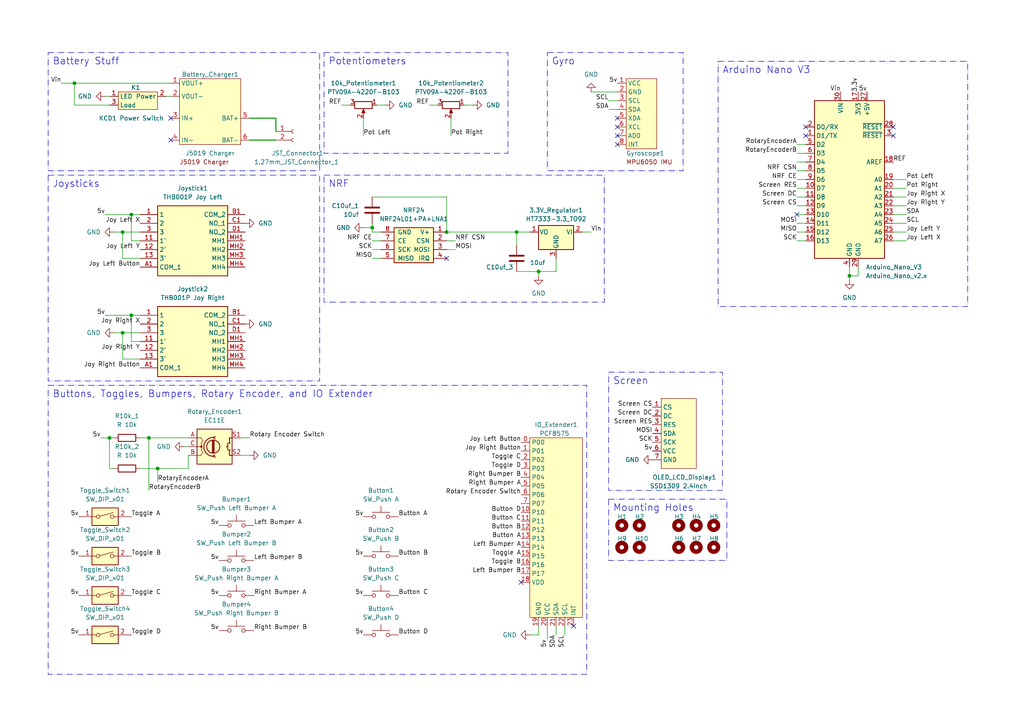
<source format=kicad_sch>
(kicad_sch (version 20230121) (generator eeschema)
  (paper "A4")
  (title_block (title "Arduino Nano Powered RC Transmitter") (rev "3") (company "Aecert Robotics ") (comment 1 "Gyroscope, 3.5 Inch Touchscreen, Rechargable Battery.") (comment 2 "2 Joysticks, 4 Buttons, 4 Bumpers, 4 Toggle Switches, Rotary Encoder, 2 Potentiometers,") (comment 3 "Features:"))
  (lib_symbols
    (symbol "Connector:Conn_01x02_Socket" (pin_names (offset 1.016) hide)
      (property "Reference" "J" (at 0 2.54 0))
      (property "Value" "Conn_01x02_Socket" (at 0 -5.08 0))
      (symbol "Conn_01x02_Socket_1_1"
        (arc (start 0 -2.032) (mid -0.5058 -2.54) (end 0 -3.048) (stroke (width 0.1524)))
        (polyline (pts (xy -1.27 -2.54) (xy -0.508 -2.54)) (stroke (width 0.1524)))
        (polyline (pts (xy -1.27 0) (xy -0.508 0)) (stroke (width 0.1524)))
        (arc (start 0 0.508) (mid -0.5058 0) (end 0 -0.508) (stroke (width 0.1524)))
        (pin passive line (at -5.08 0 0) (length 3.81) (name "Pin_1") (number "1"))
        (pin passive line (at -5.08 -2.54 0) (length 3.81) (name "Pin_2") (number "2"))
      )
    )
    (symbol "Connector_Generic:Conn_02x04_Counter_Clockwise" (pin_names (offset 1.016))
      (property "Reference" "N1" (at 4.445 8.89 0))
      (property "Value" "NRF24L01" (at 4.445 6.35 0))
      (symbol "Conn_02x04_Counter_Clockwise_1_1"
        (rectangle (start -1.27 3.81) (end 10.16 -6.35) (stroke (width 0.254)) (fill (type background)))
        (pin power_in line (at -5.08 2.54 0) (length 3.81) (name "V+") (number "1"))
        (pin input line (at -5.08 0 0) (length 3.81) (name "CSN") (number "2"))
        (pin input line (at -5.08 -2.54 0) (length 3.81) (name "MOSI") (number "3"))
        (pin input line (at -5.08 -5.08 0) (length 3.81) (name "IRQ") (number "4"))
        (pin input line (at 13.97 -5.08 180) (length 3.81) (name "MISO") (number "5"))
        (pin input line (at 13.97 -2.54 180) (length 3.81) (name "SCK") (number "6"))
        (pin input line (at 13.97 0 180) (length 3.81) (name "CE") (number "7"))
        (pin power_out line (at 13.97 2.54 180) (length 3.81) (name "GND") (number "8"))
      )
    )
    (symbol "Device:C" (pin_numbers hide) (pin_names (offset 0.254))
      (property "Reference" "C" (at 0.635 2.54 0))
      (property "Value" "C" (at 0.635 -2.54 0))
      (symbol "C_0_1"
        (polyline (pts (xy -2.032 -0.762) (xy 2.032 -0.762)) (stroke (width 0.508)))
        (polyline (pts (xy -2.032 0.762) (xy 2.032 0.762)) (stroke (width 0.508)))
      )
      (symbol "C_1_1"
        (pin passive line (at 0 3.81 270) (length 2.794) (name "~") (number "1"))
        (pin passive line (at 0 -3.81 90) (length 2.794) (name "~") (number "2"))
      )
    )
    (symbol "Device:R" (pin_numbers hide) (pin_names (offset 0))
      (property "Reference" "R" (at 2.032 0 90))
      (property "Value" "R" (at 0 0 90))
      (symbol "R_0_1"
        (rectangle (start -1.016 -2.54) (end 1.016 2.54) (stroke (width 0.254)))
      )
      (symbol "R_1_1"
        (pin passive line (at 0 3.81 270) (length 1.27) (name "~") (number "1"))
        (pin passive line (at 0 -3.81 90) (length 1.27) (name "~") (number "2"))
      )
    )
    (symbol "Device:R_Potentiometer" (pin_names (offset 1.016) hide)
      (property "Reference" "RV" (at -4.445 0 90))
      (property "Value" "R_Potentiometer" (at -2.54 0 90))
      (symbol "R_Potentiometer_0_1"
        (polyline (pts (xy 2.54 0) (xy 1.524 0)))
        (polyline (pts (xy 1.143 0) (xy 2.286 0.508) (xy 2.286 -0.508) (xy 1.143 0)) (fill (type outline)))
        (rectangle (start 1.016 2.54) (end -1.016 -2.54) (stroke (width 0.254)))
      )
      (symbol "R_Potentiometer_1_1"
        (pin passive line (at 0 3.81 270) (length 1.27) (name "1") (number "1"))
        (pin passive line (at 3.81 0 180) (length 1.27) (name "2") (number "2"))
        (pin passive line (at 0 -3.81 90) (length 1.27) (name "3") (number "3"))
      )
    )
    (symbol "Device:RotaryEncoder_Switch" (pin_names (offset 0.254) hide)
      (property "Reference" "SW" (at 0 6.604 0))
      (property "Value" "RotaryEncoder_Switch" (at 0 -6.604 0))
      (symbol "RotaryEncoder_Switch_0_1"
        (rectangle (start -5.08 5.08) (end 5.08 -5.08) (stroke (width 0.254)) (fill (type background)))
        (circle (center -3.81 0) (radius 0.254) (fill (type outline)))
        (circle (center -0.381 0) (radius 1.905) (stroke (width 0.254)))
        (arc (start -0.381 2.667) (mid -3.0988 -0.0635) (end -0.381 -2.794) (stroke (width 0.254)))
        (polyline (pts (xy -0.635 -1.778) (xy -0.635 1.778)) (stroke (width 0.254)))
        (polyline (pts (xy -0.381 -1.778) (xy -0.381 1.778)) (stroke (width 0.254)))
        (polyline (pts (xy -0.127 1.778) (xy -0.127 -1.778)) (stroke (width 0.254)))
        (polyline (pts (xy 3.81 0) (xy 3.429 0)) (stroke (width 0.254)))
        (polyline (pts (xy 3.81 1.016) (xy 3.81 -1.016)) (stroke (width 0.254)))
        (polyline (pts (xy -5.08 -2.54) (xy -3.81 -2.54) (xy -3.81 -2.032)))
        (polyline (pts (xy -5.08 2.54) (xy -3.81 2.54) (xy -3.81 2.032)))
        (polyline (pts (xy 0.254 -3.048) (xy -0.508 -2.794) (xy 0.127 -2.413)) (stroke (width 0.254)))
        (polyline (pts (xy 0.254 2.921) (xy -0.508 2.667) (xy 0.127 2.286)) (stroke (width 0.254)))
        (polyline (pts (xy 5.08 -2.54) (xy 4.318 -2.54) (xy 4.318 -1.016)) (stroke (width 0.254)))
        (polyline (pts (xy 5.08 2.54) (xy 4.318 2.54) (xy 4.318 1.016)) (stroke (width 0.254)))
        (polyline (pts (xy -5.08 0) (xy -3.81 0) (xy -3.81 -1.016) (xy -3.302 -2.032)))
        (polyline (pts (xy -4.318 0) (xy -3.81 0) (xy -3.81 1.016) (xy -3.302 2.032)))
        (circle (center 4.318 -1.016) (radius 0.127) (stroke (width 0.254)))
        (circle (center 4.318 1.016) (radius 0.127) (stroke (width 0.254)))
      )
      (symbol "RotaryEncoder_Switch_1_1"
        (pin passive line (at -7.62 2.54 0) (length 2.54) (name "A") (number "A"))
        (pin passive line (at -7.62 -2.54 0) (length 2.54) (name "B") (number "B"))
        (pin passive line (at -7.62 0 0) (length 2.54) (name "C") (number "C"))
        (pin passive line (at 7.62 2.54 180) (length 2.54) (name "S1") (number "S1"))
        (pin passive line (at 7.62 -2.54 180) (length 2.54) (name "S2") (number "S2"))
      )
    )
    (symbol "MCU_Module:Arduino_Nano_v2.x"
      (property "Reference" "A1" (at 4.7341 -25.4 0))
      (property "Value" "Arduino_Nano_v2.x" (at 4.7341 -27.94 0))
      (symbol "Arduino_Nano_v2.x_0_1"
        (rectangle (start -10.16 22.86) (end 10.16 -22.86) (stroke (width 0.254)) (fill (type background)))
      )
      (symbol "Arduino_Nano_v2.x_1_1"
        (pin bidirectional line (at -12.7 12.7 0) (length 2.54) (name "D1/TX") (number "1"))
        (pin bidirectional line (at -12.7 -2.54 0) (length 2.54) (name "D7") (number "10"))
        (pin bidirectional line (at -12.7 -5.08 0) (length 2.54) (name "D8") (number "11"))
        (pin bidirectional line (at -12.7 -7.62 0) (length 2.54) (name "D9") (number "12"))
        (pin bidirectional line (at -12.7 -10.16 0) (length 2.54) (name "D10") (number "13"))
        (pin bidirectional line (at -12.7 -12.7 0) (length 2.54) (name "D11") (number "14"))
        (pin bidirectional line (at -12.7 -15.24 0) (length 2.54) (name "D12") (number "15"))
        (pin bidirectional line (at -12.7 -17.78 0) (length 2.54) (name "D13") (number "16"))
        (pin power_out line (at 2.54 25.4 270) (length 2.54) (name "3V3") (number "17"))
        (pin input line (at 12.7 5.08 180) (length 2.54) (name "AREF") (number "18"))
        (pin bidirectional line (at 12.7 0 180) (length 2.54) (name "A0") (number "19"))
        (pin bidirectional line (at -12.7 15.24 0) (length 2.54) (name "D0/RX") (number "2"))
        (pin bidirectional line (at 12.7 -2.54 180) (length 2.54) (name "A1") (number "20"))
        (pin bidirectional line (at 12.7 -5.08 180) (length 2.54) (name "A2") (number "21"))
        (pin bidirectional line (at 12.7 -7.62 180) (length 2.54) (name "A3") (number "22"))
        (pin bidirectional line (at 12.7 -10.16 180) (length 2.54) (name "A4") (number "23"))
        (pin bidirectional line (at 12.7 -12.7 180) (length 2.54) (name "A5") (number "24"))
        (pin bidirectional line (at 12.7 -15.24 180) (length 2.54) (name "A6") (number "25"))
        (pin bidirectional line (at 12.7 -17.78 180) (length 2.54) (name "A7") (number "26"))
        (pin power_in line (at 5.08 25.4 270) (length 2.54) (name "+5V") (number "27"))
        (pin input line (at 12.7 15.24 180) (length 2.54) (name "~{RESET}") (number "28"))
        (pin power_in line (at 2.54 -25.4 90) (length 2.54) (name "GND") (number "29"))
        (pin input line (at 12.7 12.7 180) (length 2.54) (name "~{RESET}") (number "3"))
        (pin power_in line (at -2.54 25.4 270) (length 2.54) (name "VIN") (number "30"))
        (pin power_in line (at 0 -25.4 90) (length 2.54) (name "GND") (number "4"))
        (pin bidirectional line (at -12.7 10.16 0) (length 2.54) (name "D2") (number "5"))
        (pin bidirectional line (at -12.7 7.62 0) (length 2.54) (name "D3") (number "6"))
        (pin bidirectional line (at -12.7 5.08 0) (length 2.54) (name "D4") (number "7"))
        (pin bidirectional line (at -12.7 2.54 0) (length 2.54) (name "D5") (number "8"))
        (pin bidirectional line (at -12.7 0 0) (length 2.54) (name "D6") (number "9"))
      )
    )
    (symbol "Mechanical:MountingHole" (pin_names (offset 1.016))
      (property "Reference" "H" (at 0 5.08 0))
      (property "Value" "MountingHole" (at 0 3.175 0))
      (symbol "MountingHole_0_1"
        (circle (center 0 0) (radius 1.27) (stroke (width 1.27)))
      )
    )
    (symbol "Modules:J5019_Charger"
      (property "Reference" "J1" (at -10.16 1.27 0))
      (property "Value" "~" (at 0 0 0))
      (symbol "J5019_Charger_1_1"
        (rectangle (start -11.43 22.86) (end 6.35 3.81) (fill (type background)))
        (text "J5019 Charger" (at -11.43 -1.27 0) (effects (font (size 1.27 1.27)) (justify left)))
        (pin power_out line (at -13.97 21.59 0) (length 2.54) (name "VOUT+") (number "1"))
        (pin power_out line (at -13.97 17.78 0) (length 2.54) (name "VOUT-") (number "2"))
        (pin power_in line (at -13.97 11.43 0) (length 2.54) (name "IN+") (number "3"))
        (pin power_in line (at -13.97 5.08 0) (length 2.54) (name "IN-") (number "4"))
        (pin power_in line (at 8.89 11.43 180) (length 2.54) (name "BAT+") (number "5"))
        (pin power_in line (at 8.89 5.08 180) (length 2.54) (name "BAT-") (number "6"))
      )
    )
    (symbol "Modules:KCD1_3_Pin_Toggle_Switch"
      (property "Reference" "K" (at 1.27 3.81 0))
      (symbol "KCD1_3_Pin_Toggle_Switch_1_1"
        (rectangle (start -2.54 2.54) (end 8.89 -2.54) (fill (type background)))
        (pin bidirectional line (at -5.08 1.27 0) (length 2.54) (name "LED") (number "1"))
        (pin bidirectional line (at 11.43 1.27 180) (length 2.54) (name "Power") (number "2"))
        (pin power_in line (at -5.08 -1.27 0) (length 2.54) (name "Load") (number "3"))
      )
    )
    (symbol "Modules:MPU6050_IMU"
      (property "Reference" "G1" (at -3.81 -10.16 0))
      (property "Value" "~" (at 0 0 0))
      (symbol "MPU6050_IMU_1_1"
        (rectangle (start -3.81 11.43) (end 5.08 -8.89) (fill (type background)))
        (text "MPU6050 IMU" (at -3.81 -12.7 0) (effects (font (size 1.27 1.27)) (justify left)))
        (pin power_in line (at -6.35 10.16 0) (length 2.54) (name "VCC") (number "1"))
        (pin power_in line (at -6.35 7.62 0) (length 2.54) (name "GND") (number "2"))
        (pin output line (at -6.35 5.08 0) (length 2.54) (name "SCL") (number "3"))
        (pin output line (at -6.35 2.54 0) (length 2.54) (name "SDA") (number "4"))
        (pin input line (at -6.35 0 0) (length 2.54) (name "XDA") (number "5"))
        (pin input line (at -6.35 -2.54 0) (length 2.54) (name "XCL") (number "6"))
        (pin input line (at -6.35 -5.08 0) (length 2.54) (name "AD0") (number "7"))
        (pin input line (at -6.35 -7.62 0) (length 2.54) (name "INT") (number "8"))
      )
    )
    (symbol "Modules:PCF8575_BO"
      (property "Reference" "P1" (at 0 34.29 0))
      (property "Value" "PCF8575 " (at 0 31.75 0))
      (symbol "PCF8575_BO_1_1"
        (rectangle (start -7.62 30.48) (end 7.62 -21.59) (fill (type background)))
        (pin bidirectional line (at -10.16 29.21 0) (length 2.54) (name "P00") (number "0"))
        (pin bidirectional line (at -10.16 26.67 0) (length 2.54) (name "P01") (number "1"))
        (pin bidirectional line (at -10.16 8.89 0) (length 2.54) (name "P10") (number "10"))
        (pin bidirectional line (at -10.16 6.35 0) (length 2.54) (name "P11") (number "11"))
        (pin bidirectional line (at -10.16 3.81 0) (length 2.54) (name "P12") (number "12"))
        (pin bidirectional line (at -10.16 1.27 0) (length 2.54) (name "P13") (number "13"))
        (pin bidirectional line (at -10.16 -1.27 0) (length 2.54) (name "P14") (number "14"))
        (pin bidirectional line (at -10.16 -3.81 0) (length 2.54) (name "P15") (number "15"))
        (pin bidirectional line (at -10.16 -6.35 0) (length 2.54) (name "P16") (number "16"))
        (pin bidirectional line (at -10.16 -8.89 0) (length 2.54) (name "P17") (number "17"))
        (pin power_out line (at -10.16 -11.43 0) (length 2.54) (name "VDD") (number "18"))
        (pin power_out line (at -5.08 -24.13 90) (length 2.54) (name "GND") (number "19"))
        (pin bidirectional line (at -10.16 24.13 0) (length 2.54) (name "P02") (number "2"))
        (pin power_in line (at -2.54 -24.13 90) (length 2.54) (name "VCC") (number "20"))
        (pin bidirectional line (at 0 -24.13 90) (length 2.54) (name "SDA") (number "21"))
        (pin bidirectional line (at 2.54 -24.13 90) (length 2.54) (name "SCL") (number "22"))
        (pin bidirectional line (at 5.08 -24.13 90) (length 2.54) (name "INT") (number "23"))
        (pin bidirectional line (at -10.16 21.59 0) (length 2.54) (name "P03") (number "3"))
        (pin bidirectional line (at -10.16 19.05 0) (length 2.54) (name "P04") (number "4"))
        (pin bidirectional line (at -10.16 16.51 0) (length 2.54) (name "P05") (number "5"))
        (pin bidirectional line (at -10.16 13.97 0) (length 2.54) (name "P06") (number "6"))
        (pin bidirectional line (at -10.16 11.43 0) (length 2.54) (name "P07") (number "7"))
      )
    )
    (symbol "Modules:SSD1309_2.4_Inch_OLED"
      (property "Reference" "S" (at 3.81 16.51 0))
      (symbol "SSD1309_2.4_Inch_OLED_1_1"
        (rectangle (start -1.27 15.24) (end 8.89 -5.08) (fill (type background)))
        (pin bidirectional line (at -3.81 12.7 0) (length 2.54) (name "CS") (number "1"))
        (pin bidirectional line (at -3.81 10.16 0) (length 2.54) (name "DC") (number "2"))
        (pin bidirectional line (at -3.81 7.62 0) (length 2.54) (name "RES") (number "3"))
        (pin bidirectional line (at -3.81 5.08 0) (length 2.54) (name "SDA") (number "4"))
        (pin bidirectional line (at -3.81 2.54 0) (length 2.54) (name "SCK") (number "5"))
        (pin bidirectional line (at -3.81 0 0) (length 2.54) (name "VCC") (number "6"))
        (pin bidirectional line (at -3.81 -2.54 0) (length 2.54) (name "GND") (number "7"))
      )
    )
    (symbol "Regulator_Linear:LM2936-3.3_TO92" (pin_names (offset 0.254))
      (property "Reference" "HT7333-A_1" (at 0 6.35 0))
      (property "Value" "HT7333-3.3_TO92" (at 0 3.81 0))
      (symbol "LM2936-3.3_TO92_0_1"
        (rectangle (start -5.08 -5.08) (end 5.08 1.905) (stroke (width 0.254)) (fill (type background)))
      )
      (symbol "LM2936-3.3_TO92_1_1"
        (pin power_out line (at 7.62 0 180) (length 2.54) (name "VO") (number "1"))
        (pin power_in line (at -7.62 0 0) (length 2.54) (name "VI") (number "2"))
        (pin power_in line (at 0 -7.62 90) (length 2.54) (name "GND") (number "3"))
      )
    )
    (symbol "Switch:SW_DIP_x01" (pin_names (offset 0) hide)
      (property "Reference" "SW" (at 0 3.81 0))
      (property "Value" "SW_DIP_x01" (at 0 -3.81 0))
      (symbol "SW_DIP_x01_0_0"
        (circle (center -2.032 0) (radius 0.508))
        (polyline (pts (xy -1.524 0.127) (xy 2.3622 1.1684)))
        (circle (center 2.032 0) (radius 0.508))
      )
      (symbol "SW_DIP_x01_0_1"
        (rectangle (start -3.81 2.54) (end 3.81 -2.54) (stroke (width 0.254)) (fill (type background)))
      )
      (symbol "SW_DIP_x01_1_1"
        (pin passive line (at -7.62 0 0) (length 5.08) (name "~") (number "1"))
        (pin passive line (at 7.62 0 180) (length 5.08) (name "~") (number "2"))
      )
    )
    (symbol "Switch:SW_Push" (pin_numbers hide) (pin_names (offset 1.016) hide)
      (property "Reference" "SW" (at 1.27 2.54 0))
      (property "Value" "SW_Push" (at 0 -1.524 0))
      (symbol "SW_Push_0_1"
        (circle (center -2.032 0) (radius 0.508))
        (polyline (pts (xy 0 1.27) (xy 0 3.048)))
        (polyline (pts (xy 2.54 1.27) (xy -2.54 1.27)))
        (circle (center 2.032 0) (radius 0.508))
        (pin passive line (at -5.08 0 0) (length 2.54) (name "1") (number "1"))
        (pin passive line (at 5.08 0 180) (length 2.54) (name "2") (number "2"))
      )
    )
    (symbol "THB001P:THB001P"
      (property "Reference" "S" (at 26.67 7.62 0))
      (property "Value" "THB001P" (at 26.67 5.08 0))
      (symbol "THB001P_1_1"
        (rectangle (start 5.08 2.54) (end 25.4 -17.78) (stroke (width 0.254)) (fill (type background)))
        (pin passive line (at 0 0 0) (length 5.08) (name "1") (number "1"))
        (pin passive line (at 0 -7.62 0) (length 5.08) (name "1'") (number "11"))
        (pin passive line (at 0 -10.16 0) (length 5.08) (name "2'") (number "12"))
        (pin passive line (at 0 -12.7 0) (length 5.08) (name "3'") (number "13"))
        (pin passive line (at 0 -2.54 0) (length 5.08) (name "2") (number "2"))
        (pin passive line (at 0 -5.08 0) (length 5.08) (name "3") (number "3"))
        (pin passive line (at 0 -15.24 0) (length 5.08) (name "COM_1") (number "A1"))
        (pin passive line (at 30.48 0 180) (length 5.08) (name "COM_2") (number "B1"))
        (pin passive line (at 30.48 -2.54 180) (length 5.08) (name "NO_1") (number "C1"))
        (pin passive line (at 30.48 -5.08 180) (length 5.08) (name "NO_2") (number "D1"))
        (pin passive line (at 30.48 -7.62 180) (length 5.08) (name "MH1") (number "MH1"))
        (pin passive line (at 30.48 -10.16 180) (length 5.08) (name "MH2") (number "MH2"))
        (pin passive line (at 30.48 -12.7 180) (length 5.08) (name "MH3") (number "MH3"))
        (pin passive line (at 30.48 -15.24 180) (length 5.08) (name "MH4") (number "MH4"))
      )
    )
    (symbol "power:GND" (power) (pin_names (offset 0))
      (property "Value" "GND" (at 0 -3.81 0))
      (symbol "GND_0_1"
        (polyline (pts (xy 0 0) (xy 0 -1.27) (xy 1.27 -1.27) (xy 0 -2.54) (xy -1.27 -1.27) (xy 0 -1.27)))
      )
      (symbol "GND_1_1"
        (pin power_in line (at 0 0 270) (length 0) hide (name "GND") (number "1"))
      )
    )
  )
  (junction (at 149.86 67.31))
  (junction (at 31.75 127))
  (junction (at 35.56 67.31))
  (junction (at 246.38 80.01))
  (junction (at 45.72 135.89))
  (junction (at 156.21 78.74))
  (junction (at 38.1 62.23))
  (junction (at 21.59 24.13))
  (junction (at 43.18 127))
  (junction (at 107.95 66.04))
  (junction (at 129.54 67.31))
  (junction (at 35.56 96.52))
  (junction (at 38.1 91.44))
  (no_connect (at 49.53 34.29))
  (no_connect (at 151.13 168.91))
  (no_connect (at 49.53 40.64))
  (no_connect (at 259.08 39.37))
  (no_connect (at 179.07 34.29))
  (no_connect (at 233.68 36.83))
  (no_connect (at 233.68 39.37))
  (no_connect (at 179.07 39.37))
  (no_connect (at 179.07 41.91))
  (no_connect (at 259.08 36.83))
  (no_connect (at 166.37 181.61))
  (no_connect (at 129.54 74.93))
  (no_connect (at 179.07 36.83))
  (no_connect (at 231.14 62.23))
  (wire (pts (xy 231.14 64.77) (xy 233.68 64.77)))
  (wire (pts (xy 246.38 80.01) (xy 248.92 80.01)))
  (wire (pts (xy 99.06 30.48) (xy 101.6 30.48)))
  (wire (pts (xy 38.1 91.44) (xy 38.1 99.06)))
  (wire (pts (xy 40.64 74.93) (xy 35.56 74.93)))
  (wire (pts (xy 129.54 67.31) (xy 149.86 67.31)))
  (wire (pts (xy 107.95 66.04) (xy 105.41 66.04)))
  (wire (pts (xy 171.45 26.67) (xy 179.07 26.67)))
  (wire (pts (xy 137.16 30.48) (xy 134.62 30.48)))
  (wire (pts (xy 107.95 64.77) (xy 107.95 66.04)))
  (wire (pts (xy 231.14 54.61) (xy 233.68 54.61)))
  (wire (pts (xy 231.14 59.69) (xy 233.68 59.69)))
  (wire (pts (xy 110.49 67.31) (xy 107.95 67.31)))
  (wire (pts (xy 30.48 62.23) (xy 38.1 62.23)))
  (wire (pts (xy 40.64 127) (xy 43.18 127)))
  (wire (pts (xy 231.14 41.91) (xy 233.68 41.91)))
  (wire (pts (xy 248.92 77.47) (xy 248.92 80.01)))
  (wire (pts (xy 163.83 181.61) (xy 163.83 184.15)))
  (wire (pts (xy 231.14 57.15) (xy 233.68 57.15)))
  (wire (pts (xy 40.64 99.06) (xy 38.1 99.06)))
  (wire (pts (xy 69.85 132.08) (xy 72.39 132.08)))
  (wire (pts (xy 161.29 78.74) (xy 161.29 74.93)))
  (wire (pts (xy 29.21 127) (xy 31.75 127)))
  (wire (pts (xy 262.89 69.85) (xy 259.08 69.85)))
  (wire (pts (xy 38.1 91.44) (xy 40.64 91.44)))
  (wire (pts (xy 40.64 104.14) (xy 35.56 104.14)))
  (wire (pts (xy 262.89 52.07) (xy 259.08 52.07)))
  (wire (pts (xy 38.1 62.23) (xy 40.64 62.23)))
  (wire (pts (xy 40.64 69.85) (xy 38.1 69.85)))
  (wire (pts (xy 31.75 30.48) (xy 21.59 30.48)))
  (wire (pts (xy 246.38 81.28) (xy 246.38 80.01)))
  (wire (pts (xy 231.14 69.85) (xy 233.68 69.85)))
  (wire (pts (xy 231.14 62.23) (xy 233.68 62.23)))
  (wire (pts (xy 176.53 31.75) (xy 179.07 31.75)))
  (wire (pts (xy 38.1 62.23) (xy 38.1 69.85)))
  (wire (pts (xy 43.18 142.24) (xy 43.18 127)))
  (wire (pts (xy 262.89 67.31) (xy 259.08 67.31)))
  (wire (pts (xy 231.14 52.07) (xy 233.68 52.07)))
  (wire (pts (xy 262.89 54.61) (xy 259.08 54.61)))
  (wire (pts (xy 21.59 24.13) (xy 49.53 24.13)))
  (wire (pts (xy 176.53 29.21) (xy 179.07 29.21)))
  (wire (pts (xy 35.56 67.31) (xy 40.64 67.31)))
  (wire (pts (xy 262.89 62.23) (xy 259.08 62.23)))
  (wire (pts (xy 124.46 30.48) (xy 127 30.48)))
  (wire (pts (xy 33.02 67.31) (xy 35.56 67.31)))
  (wire (pts (xy 158.75 181.61) (xy 158.75 185.42)))
  (wire (pts (xy 30.48 91.44) (xy 38.1 91.44)))
  (wire (pts (xy 35.56 67.31) (xy 35.56 74.93)))
  (wire (pts (xy 80.01 34.29) (xy 80.01 38.1)) (stroke (width 0.3)))
  (wire (pts (xy 149.86 67.31) (xy 149.86 71.12)))
  (wire (pts (xy 43.18 127) (xy 54.61 127)))
  (wire (pts (xy 231.14 49.53) (xy 233.68 49.53)))
  (wire (pts (xy 53.34 129.54) (xy 54.61 129.54)))
  (wire (pts (xy 35.56 96.52) (xy 35.56 104.14)))
  (wire (pts (xy 231.14 44.45) (xy 233.68 44.45)))
  (wire (pts (xy 156.21 184.15) (xy 156.21 181.61)))
  (wire (pts (xy 105.41 39.37) (xy 105.41 34.29)))
  (wire (pts (xy 72.39 40.64) (xy 80.01 40.64)) (stroke (width 0.3)))
  (wire (pts (xy 161.29 181.61) (xy 161.29 184.15)))
  (wire (pts (xy 45.72 135.89) (xy 45.72 139.7)))
  (wire (pts (xy 35.56 96.52) (xy 40.64 96.52)))
  (wire (pts (xy 132.08 69.85) (xy 129.54 69.85)))
  (wire (pts (xy 17.78 24.13) (xy 21.59 24.13)))
  (wire (pts (xy 72.39 127) (xy 69.85 127)))
  (wire (pts (xy 107.95 72.39) (xy 110.49 72.39)))
  (wire (pts (xy 33.02 96.52) (xy 35.56 96.52)))
  (wire (pts (xy 48.26 27.94) (xy 49.53 27.94)))
  (wire (pts (xy 262.89 59.69) (xy 259.08 59.69)))
  (wire (pts (xy 30.48 27.94) (xy 31.75 27.94)))
  (wire (pts (xy 171.45 67.31) (xy 168.91 67.31)))
  (wire (pts (xy 161.29 78.74) (xy 156.21 78.74)))
  (wire (pts (xy 262.89 57.15) (xy 259.08 57.15)))
  (wire (pts (xy 130.81 39.37) (xy 130.81 34.29)))
  (wire (pts (xy 45.72 135.89) (xy 54.61 135.89)))
  (wire (pts (xy 54.61 132.08) (xy 54.61 135.89)))
  (wire (pts (xy 129.54 57.15) (xy 107.95 57.15)))
  (wire (pts (xy 31.75 135.89) (xy 33.02 135.89)))
  (wire (pts (xy 72.39 34.29) (xy 80.01 34.29)) (stroke (width 0.3)))
  (wire (pts (xy 132.08 72.39) (xy 129.54 72.39)))
  (wire (pts (xy 153.67 67.31) (xy 149.86 67.31)))
  (wire (pts (xy 231.14 46.99) (xy 233.68 46.99)))
  (wire (pts (xy 107.95 74.93) (xy 110.49 74.93)))
  (wire (pts (xy 231.14 67.31) (xy 233.68 67.31)))
  (wire (pts (xy 107.95 66.04) (xy 107.95 67.31)))
  (wire (pts (xy 40.64 135.89) (xy 45.72 135.89)))
  (wire (pts (xy 149.86 78.74) (xy 156.21 78.74)))
  (wire (pts (xy 262.89 64.77) (xy 259.08 64.77)))
  (wire (pts (xy 153.67 184.15) (xy 156.21 184.15)))
  (wire (pts (xy 21.59 30.48) (xy 21.59 24.13)))
  (wire (pts (xy 246.38 80.01) (xy 246.38 77.47)))
  (wire (pts (xy 31.75 127) (xy 33.02 127)))
  (wire (pts (xy 31.75 135.89) (xy 31.75 127)))
  (wire (pts (xy 111.76 30.48) (xy 109.22 30.48)))
  (wire (pts (xy 156.21 80.01) (xy 156.21 78.74)))
  (wire (pts (xy 129.54 57.15) (xy 129.54 67.31)))
  (wire (pts (xy 107.95 69.85) (xy 110.49 69.85)))
  (rectangle (start 13.97 50.8) (end 92.71 110.49) (stroke (width 0) (type dash_dot)))
  (rectangle (start 158.75 15.24) (end 198.12 49.53) (stroke (width 0) (type dash_dot)))
  (rectangle (start 176.53 144.78) (end 210.82 162.56) (stroke (width 0) (type dash_dot)))
  (rectangle (start 93.98 50.8) (end 175.26 87.63) (stroke (width 0) (type dash_dot)))
  (rectangle (start 13.97 15.24) (end 92.71 49.53) (stroke (width 0) (type dash_dot)))
  (rectangle (start 93.98 15.24) (end 147.32 44.45) (stroke (width 0) (type dash_dot)))
  (rectangle (start 13.97 111.76) (end 170.18 195.58) (stroke (width 0) (type dash_dot)))
  (rectangle (start 176.53 107.95) (end 209.55 142.24) (stroke (width 0) (type dash_dot)))
  (rectangle (start 208.28 17.78) (end 280.67 88.9) (stroke (width 0) (type dash_dot)))
  (text "Screen" (at 177.8 111.76 0) (effects (font (size 2 2)) (justify left bottom)))
  (text "NRF\n" (at 95.25 54.61 0) (effects (font (size 2 2)) (justify left bottom)))
  (text "Buttons, Toggles, Bumpers, Rotary Encoder, and IO Extender\n" (at 15.24 115.57 0) (effects (font (size 2 2)) (justify left bottom)))
  (text "Gyro" (at 160.02 19.05 0) (effects (font (size 2 2)) (justify left bottom)))
  (text "Potentiometers" (at 95.25 19.05 0) (effects (font (size 2 2)) (justify left bottom)))
  (text "Mounting Holes" (at 177.8 148.59 0) (effects (font (size 2 2)) (justify left bottom)))
  (text "Battery Stuff" (at 15.24 19.05 0) (effects (font (size 2 2)) (justify left bottom)))
  (text "Joysticks" (at 15.24 54.61 0) (effects (font (size 2 2)) (justify left bottom)))
  (text "Arduino Nano V3" (at 209.55 21.59 0) (effects (font (size 2 2)) (justify left bottom)))
  (label "RotaryEncoderA" (at 231.14 41.91 180))
  (label "Joy Left Y" (at 40.64 72.39 180))
  (label "Toggle D" (at 38.1 184.15 0))
  (label "MISO" (at 231.14 67.31 180))
  (label "Screen RES" (at 189.23 123.19 180))
  (label "SCL" (at 176.53 29.21 180))
  (label "Button D" (at 115.57 184.15 0))
  (label "Joy Left Button" (at 151.13 128.27 180))
  (label "SDA" (at 176.53 31.75 180))
  (label "NRF CSN" (at 231.14 49.53 180))
  (label "Joy Left X" (at 262.89 69.85 0))
  (label "Button A" (at 115.57 149.86 0))
  (label "Joy Right Y" (at 262.89 59.69 0))
  (label "Screen CS" (at 231.14 59.69 180))
  (label "RotaryEncoderA" (at 45.72 139.7 0))
  (label "Rotary Encoder Switch" (at 72.39 127 0))
  (label "Button C" (at 151.13 151.13 180))
  (label "MOSI" (at 132.08 72.39 0))
  (label "Toggle A" (at 38.1 149.86 0))
  (label "Toggle C" (at 151.13 133.35 180))
  (label "NRF CE" (at 231.14 52.07 180))
  (label "MISO" (at 107.95 74.93 180))
  (label "5v" (at 22.86 172.72 180) (property "Netclass" "5v" (effects hide)))
  (label "Joy Right Y" (at 40.64 101.6 180))
  (label "NRF CE" (at 107.95 69.85 180))
  (label "Button B" (at 115.57 161.29 0))
  (label "5v" (at 251.46 26.67 180) (property "Netclass" "5v" (effects hide)))
  (label "Joy Left Button" (at 40.64 77.47 180))
  (label "Left Bumper A" (at 73.66 152.4 0))
  (label "Button D" (at 151.13 148.59 180))
  (label "REF" (at 124.46 30.48 180))
  (label "5v" (at 63.5 162.56 180) (property "Netclass" "5v" (effects hide)))
  (label "Joy Right Button" (at 151.13 130.81 180))
  (label "Toggle B" (at 38.1 161.29 0))
  (label "RotaryEncoderB" (at 231.14 44.45 180))
  (label "5v" (at 63.5 182.88 180) (property "Netclass" "5v" (effects hide)))
  (label "Left Bumper B" (at 73.66 162.56 0))
  (label "SCL" (at 163.83 184.15 270))
  (label "Pot Right" (at 130.81 39.37 0))
  (label "SDA" (at 262.89 62.23 0))
  (label "Right Bumper B" (at 151.13 138.43 180))
  (label "Toggle D" (at 151.13 135.89 180))
  (label "5v" (at 189.23 130.81 180) (property "Netclass" "5v" (effects hide)))
  (label "Vin" (at 171.45 67.31 0) (property "Netclass" "Vin" (effects hide)))
  (label "Screen RES" (at 231.14 54.61 180))
  (label "Joy Left Y" (at 262.89 67.31 0))
  (label "Vin" (at 17.78 24.13 180) (property "Netclass" "Vin" (effects hide)))
  (label "5v" (at 22.86 149.86 180) (property "Netclass" "5v" (effects hide)))
  (label "Left Bumper B" (at 151.13 166.37 180))
  (label "Left Bumper A" (at 151.13 158.75 180))
  (label "5v" (at 105.41 172.72 180) (property "Netclass" "5v" (effects hide)))
  (label "Toggle C" (at 38.1 172.72 0))
  (label "Joy Right Button" (at 40.64 106.68 180))
  (label "Screen DC" (at 231.14 57.15 180))
  (label "5v" (at 179.07 24.13 180) (property "Netclass" "5v" (effects hide)))
  (label "SCK" (at 189.23 128.27 180))
  (label "Right Bumper B" (at 73.66 182.88 0))
  (label "5v" (at 105.41 184.15 180) (property "Netclass" "5v" (effects hide)))
  (label "Pot Right" (at 262.89 54.61 0))
  (label "SCL" (at 262.89 64.77 0))
  (label "Toggle A" (at 151.13 161.29 180))
  (label "Joy Left X" (at 40.64 64.77 180))
  (label "Button B" (at 151.13 153.67 180))
  (label "5v" (at 30.48 62.23 180) (property "Netclass" "5v" (effects hide)))
  (label "5v" (at 63.5 172.72 180) (property "Netclass" "5v" (effects hide)))
  (label "Button C" (at 115.57 172.72 0))
  (label "5v" (at 158.75 185.42 270) (property "Netclass" "5v" (effects hide)))
  (label "RotaryEncoderB" (at 43.18 142.24 0))
  (label "Right Bumper A" (at 151.13 140.97 180))
  (label "Button A" (at 151.13 156.21 180))
  (label "MOSI" (at 231.14 64.77 180))
  (label "5v" (at 63.5 152.4 180) (property "Netclass" "5v" (effects hide)))
  (label "SDA" (at 161.29 184.15 270))
  (label "5v" (at 29.21 127 180) (property "Netclass" "5v" (effects hide)))
  (label "Toggle B" (at 151.13 163.83 180))
  (label "Pot Left" (at 105.41 39.37 0))
  (label "SCK" (at 231.14 69.85 180))
  (label "Pot Left" (at 262.89 52.07 0))
  (label "5v" (at 22.86 184.15 180) (property "Netclass" "5v" (effects hide)))
  (label "Joy Right X" (at 40.64 93.98 180))
  (label "Screen DC" (at 189.23 120.65 180))
  (label "Screen CS" (at 189.23 118.11 180))
  (label "5v" (at 22.86 161.29 180) (property "Netclass" "5v" (effects hide)))
  (label "Rotary Encoder Switch" (at 151.13 143.51 180))
  (label "5v" (at 105.41 149.86 180) (property "Netclass" "5v" (effects hide)))
  (label "5v" (at 30.48 91.44 180) (property "Netclass" "5v" (effects hide)))
  (label "MOSI" (at 189.23 125.73 180))
  (label "NRF CSN" (at 132.08 69.85 0))
  (label "3.3v" (at 248.92 26.67 90))
  (label "Right Bumper A" (at 73.66 172.72 0))
  (label "SCK" (at 107.95 72.39 180))
  (label "5v" (at 105.41 161.29 180) (property "Netclass" "5v" (effects hide)))
  (label "REF" (at 259.08 46.99 0))
  (label "Vin" (at 243.84 26.67 180) (property "Netclass" "Vin" (effects hide)))
  (label "REF" (at 99.06 30.48 180))
  (label "Joy Right X" (at 262.89 57.15 0))
  (symbol (lib_id "Mechanical:MountingHole") (at 207.01 158.75 0) (unit 1)
    (property "Reference" "H8" (at 205.74 156.21 0) (effects (justify left)))
    (property "Value" "MountingHole_Pad" (effects hide))
    (property "Footprint" "MountingHole:MountingHole_3.2mm_M3" (effects hide))
  )
  (symbol (lib_id "power:GND") (at 189.23 133.35 270) (unit 1)
    (property "Reference" "#PWR014" (effects hide))
    (property "Value" "GND" (at 185.42 133.35 90) (effects (justify right)))
  )
  (symbol (lib_id "Switch:SW_Push") (at 68.58 182.88 0) (unit 1)
    (property "Reference" "Bumper4" (at 68.58 175.26 0))
    (property "Value" "SW_Push Right Bumper B" (at 68.58 177.8 0))
    (property "Footprint" "Connector_PinHeader_2.00mm:PinHeader_1x02_P2.00mm_Vertical" (effects hide))
  )
  (symbol (lib_id "Switch:SW_Push") (at 68.58 162.56 0) (unit 1)
    (property "Reference" "Bumper2" (at 68.58 154.94 0))
    (property "Value" "SW_Push Left Bumper B" (at 68.58 157.48 0))
    (property "Footprint" "Connector_PinHeader_2.00mm:PinHeader_1x02_P2.00mm_Vertical" (effects hide))
  )
  (symbol (lib_id "Device:R_Potentiometer") (at 105.41 30.48 270) (unit 1)
    (property "Reference" "10k_Potentiometer1" (at 105.41 24.13 90))
    (property "Value" "PTV09A-4220F-B103" (at 105.41 26.67 90))
    (property "Footprint" "Potentiometer_THT:Potentiometer_Bourns_PTV09A-1_Single_Vertical" (effects hide))
  )
  (symbol (lib_id "Switch:SW_Push") (at 110.49 172.72 0) (unit 1)
    (property "Reference" "Button3" (at 110.49 165.1 0))
    (property "Value" "SW_Push C" (at 110.49 167.64 0))
    (property "Footprint" "Button_Switch_THT:SW_PUSH_6mm" (effects hide))
  )
  (symbol (lib_id "Switch:SW_Push") (at 110.49 184.15 0) (unit 1)
    (property "Reference" "Button4" (at 110.49 176.53 0))
    (property "Value" "SW_Push D" (at 110.49 179.07 0))
    (property "Footprint" "Button_Switch_THT:SW_PUSH_6mm" (effects hide))
  )
  (symbol (lib_id "Mechanical:MountingHole") (at 201.93 158.75 0) (unit 1)
    (property "Reference" "H7" (at 200.66 156.21 0) (effects (justify left)))
    (property "Value" "MountingHole_Pad" (effects hide))
    (property "Footprint" "MountingHole:MountingHole_3.2mm_M3" (effects hide))
  )
  (symbol (lib_id "Switch:SW_DIP_x01") (at 30.48 184.15 0) (unit 1)
    (property "Reference" "Toggle_Switch4" (at 30.48 176.53 0))
    (property "Value" "SW_DIP_x01" (at 30.48 179.07 0))
    (property "Footprint" "AddedFootprints:SPST Mini Toggle Switch 2 Pin 2 Position" (effects hide))
  )
  (symbol (lib_id "Modules:MPU6050_IMU") (at 185.42 34.29 0) (unit 1)
    (property "Reference" "Gyroscope1" (at 181.61 44.45 0) (effects (justify left)))
    (property "Value" "MPU6050 Gyroscope" (effects hide))
    (property "Footprint" "AddedFootprints:MPU6050 Gyroscope" (effects hide))
  )
  (symbol (lib_id "Device:R_Potentiometer") (at 130.81 30.48 270) (unit 1)
    (property "Reference" "10k_Potentiometer2" (at 130.81 24.13 90))
    (property "Value" "PTV09A-4220F-B103" (at 130.81 26.67 90))
    (property "Footprint" "Potentiometer_THT:Potentiometer_Bourns_PTV09A-1_Single_Vertical" (effects hide))
  )
  (symbol (lib_id "Device:RotaryEncoder_Switch") (at 62.23 129.54 0) (unit 1)
    (property "Reference" "Rotary_Encoder1" (at 62.23 119.38 0))
    (property "Value" "EC11E" (at 62.23 121.92 0))
    (property "Footprint" "Rotary_Encoder:RotaryEncoder_Alps_EC11E-Switch_Vertical_H20mm" (effects hide))
  )
  (symbol (lib_id "power:GND") (at 137.16 30.48 90) (unit 1)
    (property "Reference" "#PWR04" (effects hide))
    (property "Value" "GND" (at 140.97 30.48 90) (effects (justify right)))
  )
  (symbol (lib_id "Mechanical:MountingHole") (at 185.42 152.4 0) (unit 1)
    (property "Reference" "H2" (at 184.15 149.86 0) (effects (justify left)))
    (property "Value" "MountingHole_Pad" (effects hide))
    (property "Footprint" "MountingHole:MountingHole_3.2mm_M3" (effects hide))
  )
  (symbol (lib_id "Switch:SW_DIP_x01") (at 30.48 161.29 0) (unit 1)
    (property "Reference" "Toggle_Switch2" (at 30.48 153.67 0))
    (property "Value" "SW_DIP_x01" (at 30.48 156.21 0))
    (property "Footprint" "AddedFootprints:SPST Mini Toggle Switch 2 Pin 2 Position" (effects hide))
  )
  (symbol (lib_id "Modules:KCD1_3_Pin_Toggle_Switch") (at 36.83 29.21 0) (unit 1)
    (property "Reference" "K1" (at 39.37 25.4 0))
    (property "Value" "KCD1 Power Switch" (at 38.1 34.29 0))
    (property "Footprint" "AddedFootprints:KCD1 Mini Rocker Switch" (effects hide))
  )
  (symbol (lib_id "power:GND") (at 33.02 96.52 270) (mirror x) (unit 1)
    (property "Reference" "#PWR017" (effects hide))
    (property "Value" "GND" (at 29.21 96.52 90) (effects (justify right)))
  )
  (symbol (lib_id "Device:C") (at 107.95 60.96 0) (mirror y) (unit 1)
    (property "Reference" "C10uf_1" (at 104.14 59.69 0) (effects (justify left)))
    (property "Value" "10uf" (at 104.14 62.23 0) (effects (justify left)))
    (property "Footprint" "Capacitor_THT:CP_Radial_D5.0mm_P2.50mm" (effects hide))
  )
  (symbol (lib_id "Mechanical:MountingHole") (at 180.34 158.75 0) (unit 1)
    (property "Reference" "H9" (at 179.07 156.21 0) (effects (justify left)))
    (property "Value" "MountingHole_Pad" (effects hide))
    (property "Footprint" "MountingHole:MountingHole_3.2mm_M3" (effects hide))
  )
  (symbol (lib_id "power:GND") (at 171.45 26.67 180) (unit 1)
    (property "Reference" "#PWR05" (effects hide))
    (property "Value" "GND" (at 171.45 21.59 0))
  )
  (symbol (lib_id "power:GND") (at 33.02 67.31 270) (mirror x) (unit 1)
    (property "Reference" "#PWR09" (effects hide))
    (property "Value" "GND" (at 29.21 67.31 90) (effects (justify right)))
  )
  (symbol (lib_id "power:GND") (at 105.41 66.04 270) (mirror x) (unit 1)
    (property "Reference" "#PWR013" (effects hide))
    (property "Value" "GND" (at 101.6 66.04 90) (effects (justify right)))
  )
  (symbol (lib_id "Device:R") (at 36.83 135.89 90) (unit 1)
    (property "Reference" "R10k_2" (at 36.83 129.54 90))
    (property "Value" "R 10k" (at 36.83 132.08 90))
    (property "Footprint" "Resistor_THT:R_Axial_DIN0207_L6.3mm_D2.5mm_P7.62mm_Horizontal" (effects hide))
  )
  (symbol (lib_id "power:GND") (at 71.12 93.98 90) (mirror x) (unit 1)
    (property "Reference" "#PWR016" (effects hide))
    (property "Value" "GND" (at 74.93 93.98 90) (effects (justify right)))
  )
  (symbol (lib_id "Modules:SSD1309_2.4_Inch_OLED") (at 193.04 130.81 0) (unit 1)
    (property "Reference" "OLED_LCD_Display1" (at 189.23 138.43 0) (effects (justify left)))
    (property "Value" "SSD1309 2.4inch" (at 196.85 140.97 0))
    (property "Footprint" "AddedFootprints:OLED LCD Display SSD1309" (effects hide))
  )
  (symbol (lib_id "Switch:SW_DIP_x01") (at 30.48 172.72 0) (unit 1)
    (property "Reference" "Toggle_Switch3" (at 30.48 165.1 0))
    (property "Value" "SW_DIP_x01" (at 30.48 167.64 0))
    (property "Footprint" "AddedFootprints:SPST Mini Toggle Switch 2 Pin 2 Position" (effects hide))
  )
  (symbol (lib_id "Mechanical:MountingHole") (at 207.01 152.4 0) (unit 1)
    (property "Reference" "H5" (at 205.74 149.86 0) (effects (justify left)))
    (property "Value" "MountingHole_Pad" (effects hide))
    (property "Footprint" "MountingHole:MountingHole_3.2mm_M3" (effects hide))
  )
  (symbol (lib_id "power:GND") (at 153.67 184.15 270) (mirror x) (unit 1)
    (property "Reference" "#PWR019" (effects hide))
    (property "Value" "GND" (at 149.86 184.15 90) (effects (justify right)))
  )
  (symbol (lib_id "power:GND") (at 246.38 81.28 0) (unit 1)
    (property "Reference" "#PWR02" (effects hide))
    (property "Value" "GND" (at 246.38 86.36 0))
  )
  (symbol (lib_id "Connector_Generic:Conn_02x04_Counter_Clockwise") (at 124.46 69.85 0) (mirror y) (unit 1)
    (property "Reference" "NRF24" (at 120.015 60.96 0))
    (property "Value" "NRF24L01+PA+LNA1" (at 120.015 63.5 0))
    (property "Footprint" "AddedFootprints:NRF24L01+ Antenna" (effects hide))
  )
  (symbol (lib_id "Device:R") (at 36.83 127 90) (unit 1)
    (property "Reference" "R10k_1" (at 36.83 120.65 90))
    (property "Value" "R 10k" (at 36.83 123.19 90))
    (property "Footprint" "Resistor_THT:R_Axial_DIN0207_L6.3mm_D2.5mm_P7.62mm_Horizontal" (effects hide))
  )
  (symbol (lib_id "Switch:SW_Push") (at 68.58 172.72 0) (unit 1)
    (property "Reference" "Bumper3" (at 68.58 165.1 0))
    (property "Value" "SW_Push Right Bumper A" (at 68.58 167.64 0))
    (property "Footprint" "Connector_PinHeader_2.00mm:PinHeader_1x02_P2.00mm_Vertical" (effects hide))
  )
  (symbol (lib_id "THB001P:THB001P") (at 40.64 62.23 0) (unit 1)
    (property "Reference" "Joystick1" (at 55.88 54.61 0))
    (property "Value" "THB001P Joy Left" (at 55.88 57.15 0))
    (property "Footprint" "THB001P" (effects hide))
    (property "Datasheet" "https://www.ckswitches.com/media/2873/thb.pdf" (effects hide))
    (property "Height" "19.85" (effects hide))
    (property "Mouser Part Number" "611-THB001P" (effects hide))
    (property "Mouser Price/Stock" "https://www.mouser.co.uk/ProductDetail/CK/THB001P?qs=OlC7AqGiEDlMaVQ%2FEBrivA%3D%3D" (effects hide))
    (property "Manufacturer_Name" "C & K COMPONENTS" (effects hide))
    (property "Manufacturer_Part_Number" "THB001P" (effects hide))
  )
  (symbol (lib_id "Mechanical:MountingHole") (at 201.93 152.4 0) (unit 1)
    (property "Reference" "H4" (at 200.66 149.86 0) (effects (justify left)))
    (property "Value" "MountingHole_Pad" (effects hide))
    (property "Footprint" "MountingHole:MountingHole_3.2mm_M3" (effects hide))
  )
  (symbol (lib_id "Mechanical:MountingHole") (at 196.85 158.75 0) (unit 1)
    (property "Reference" "H6" (at 195.58 156.21 0) (effects (justify left)))
    (property "Value" "MountingHole_Pad" (effects hide))
    (property "Footprint" "MountingHole:MountingHole_3.2mm_M3" (effects hide))
  )
  (symbol (lib_id "MCU_Module:Arduino_Nano_v2.x") (at 246.38 52.07 0) (unit 1)
    (property "Reference" "Arduino_Nano_V3" (at 251.1141 77.47 0) (effects (justify left)))
    (property "Value" "Arduino_Nano_v2.x" (at 251.1141 80.01 0) (effects (justify left)))
    (property "Footprint" "Module:Arduino_Nano" (effects hide))
    (property "Datasheet" "https://www.arduino.cc/en/uploads/Main/ArduinoNanoManual23.pdf" (effects hide))
  )
  (symbol (lib_id "power:GND") (at 53.34 129.54 270) (unit 1)
    (property "Reference" "#PWR07" (effects hide))
    (property "Value" "GND" (at 49.53 129.54 90) (effects (justify right)))
  )
  (symbol (lib_id "Switch:SW_Push") (at 110.49 161.29 0) (unit 1)
    (property "Reference" "Button2" (at 110.49 153.67 0))
    (property "Value" "SW_Push B" (at 110.49 156.21 0))
    (property "Footprint" "Button_Switch_THT:SW_PUSH_6mm" (effects hide))
  )
  (symbol (lib_id "THB001P:THB001P") (at 40.64 91.44 0) (unit 1)
    (property "Reference" "Joystick2" (at 55.88 83.82 0))
    (property "Value" "THB001P Joy Right" (at 55.88 86.36 0))
    (property "Footprint" "THB001P" (effects hide))
    (property "Datasheet" "https://www.ckswitches.com/media/2873/thb.pdf" (effects hide))
    (property "Height" "19.85" (effects hide))
    (property "Mouser Part Number" "611-THB001P" (effects hide))
    (property "Mouser Price/Stock" "https://www.mouser.co.uk/ProductDetail/CK/THB001P?qs=OlC7AqGiEDlMaVQ%2FEBrivA%3D%3D" (effects hide))
    (property "Manufacturer_Name" "C & K COMPONENTS" (effects hide))
    (property "Manufacturer_Part_Number" "THB001P" (effects hide))
  )
  (symbol (lib_id "Mechanical:MountingHole") (at 196.85 152.4 0) (unit 1)
    (property "Reference" "H3" (at 195.58 149.86 0) (effects (justify left)))
    (property "Value" "MountingHole_Pad" (effects hide))
    (property "Footprint" "MountingHole:MountingHole_3.2mm_M3" (effects hide))
  )
  (symbol (lib_id "Modules:J5019_Charger") (at 63.5 45.72 0) (unit 1)
    (property "Reference" "Battery_Charger1" (at 60.96 21.59 0))
    (property "Value" "J5019 Charger" (at 60.96 44.45 0))
    (property "Footprint" "AddedFootprints:J5019 Charger" (effects hide))
  )
  (symbol (lib_id "power:GND") (at 156.21 80.01 0) (mirror y) (unit 1)
    (property "Reference" "#PWR012" (effects hide))
    (property "Value" "GND" (at 156.21 85.09 0))
  )
  (symbol (lib_id "power:GND") (at 72.39 132.08 90) (unit 1)
    (property "Reference" "#PWR06" (effects hide))
    (property "Value" "GND" (at 76.2 132.08 90) (effects (justify right)))
  )
  (symbol (lib_id "Regulator_Linear:LM2936-3.3_TO92") (at 161.29 67.31 0) (mirror y) (unit 1)
    (property "Reference" "3.3V_Regulator1" (at 161.29 60.96 0))
    (property "Value" "HT7333-3.3_TO92" (at 161.29 63.5 0))
    (property "Footprint" "Package_TO_SOT_THT:TO-92_Inline" (effects hide))
    (property "Datasheet" "http://www.ti.com/lit/ds/symlink/lm2936.pdf" (effects hide))
  )
  (symbol (lib_id "Modules:PCF8575_BO") (at 161.29 157.48 0) (unit 1)
    (property "Reference" "IO_Extender1" (at 161.29 123.19 0))
    (property "Value" "PCF8575 " (at 161.29 125.73 0))
    (property "Footprint" "AddedFootprints:PCF8575 Module" (effects hide))
  )
  (symbol (lib_id "Connector:Conn_01x02_Socket") (at 85.09 38.1 0) (unit 1)
    (property "Reference" "JST_Connector1" (at 78.74 44.45 0) (effects (justify left)))
    (property "Value" "1.27mm_JST_Connector_1" (at 73.66 46.99 0) (effects (justify left)))
    (property "Footprint" "Connector_PinSocket_1.27mm:PinSocket_1x02_P1.27mm_Vertical" (effects hide))
  )
  (symbol (lib_id "Switch:SW_Push") (at 68.58 152.4 0) (unit 1)
    (property "Reference" "Bumper1" (at 68.58 144.78 0))
    (property "Value" "SW_Push Left Bumper A" (at 68.58 147.32 0))
    (property "Footprint" "Connector_PinHeader_2.00mm:PinHeader_1x02_P2.00mm_Vertical" (effects hide))
  )
  (symbol (lib_id "power:GND") (at 71.12 64.77 90) (mirror x) (unit 1)
    (property "Reference" "#PWR010" (effects hide))
    (property "Value" "GND" (at 74.93 64.77 90) (effects (justify right)))
  )
  (symbol (lib_id "Mechanical:MountingHole") (at 185.42 158.75 0) (unit 1)
    (property "Reference" "H10" (at 184.15 156.21 0) (effects (justify left)))
    (property "Value" "MountingHole_Pad" (effects hide))
    (property "Footprint" "MountingHole:MountingHole_3.2mm_M3" (effects hide))
  )
  (symbol (lib_id "power:GND") (at 30.48 27.94 270) (unit 1)
    (property "Reference" "#PWR01" (effects hide))
    (property "Value" "GND" (at 26.67 27.94 90) (effects (justify right)))
  )
  (symbol (lib_id "Switch:SW_DIP_x01") (at 30.48 149.86 0) (unit 1)
    (property "Reference" "Toggle_Switch1" (at 30.48 142.24 0))
    (property "Value" "SW_DIP_x01" (at 30.48 144.78 0))
    (property "Footprint" "AddedFootprints:SPST Mini Toggle Switch 2 Pin 2 Position" (effects hide))
  )
  (symbol (lib_id "power:GND") (at 111.76 30.48 90) (unit 1)
    (property "Reference" "#PWR03" (effects hide))
    (property "Value" "GND" (at 115.57 30.48 90) (effects (justify right)))
  )
  (symbol (lib_id "Mechanical:MountingHole") (at 180.34 152.4 0) (unit 1)
    (property "Reference" "H1" (at 179.07 149.86 0) (effects (justify left)))
    (property "Value" "MountingHole_Pad" (effects hide))
    (property "Footprint" "MountingHole:MountingHole_3.2mm_M3" (effects hide))
  )
  (symbol (lib_id "Switch:SW_Push") (at 110.49 149.86 0) (unit 1)
    (property "Reference" "Button1" (at 110.49 142.24 0))
    (property "Value" "SW_Push A" (at 110.49 144.78 0))
    (property "Footprint" "Button_Switch_THT:SW_PUSH_6mm" (effects hide))
  )
  (symbol (lib_id "Device:C") (at 149.86 74.93 0) (mirror y) (unit 1)
    (property "Reference" "C10uf_3" (at 140.97 77.47 0) (effects (justify right)))
    (property "Value" "10uf" (at 153.67 76.2 0) (effects (justify right)))
    (property "Footprint" "Capacitor_THT:CP_Radial_D5.0mm_P2.50mm" (effects hide))
  )
)
</source>
